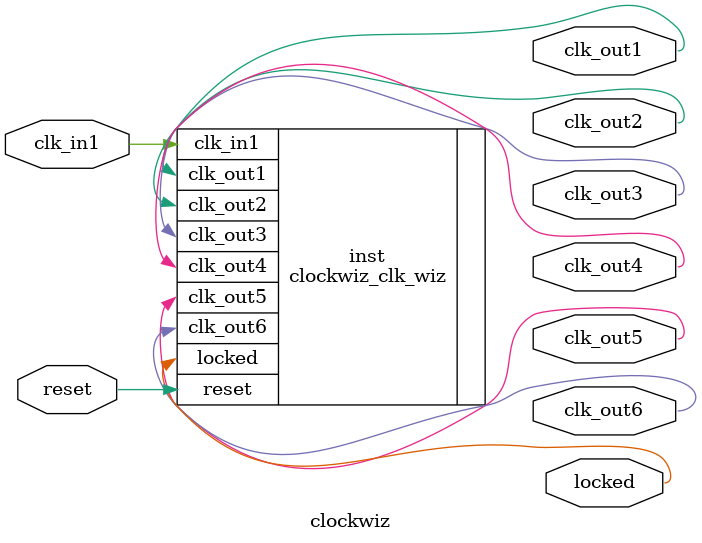
<source format=v>


`timescale 1ps/1ps

(* CORE_GENERATION_INFO = "clockwiz,clk_wiz_v6_0_6_0_0,{component_name=clockwiz,use_phase_alignment=true,use_min_o_jitter=true,use_max_i_jitter=false,use_dyn_phase_shift=false,use_inclk_switchover=false,use_dyn_reconfig=false,enable_axi=0,feedback_source=FDBK_AUTO,PRIMITIVE=MMCM,num_out_clk=6,clkin1_period=5.000,clkin2_period=10.0,use_power_down=false,use_reset=true,use_locked=true,use_inclk_stopped=false,feedback_type=SINGLE,CLOCK_MGR_TYPE=NA,manual_override=false}" *)

module clockwiz 
 (
  // Clock out ports
  output        clk_out1,
  output        clk_out2,
  output        clk_out3,
  output        clk_out4,
  output        clk_out5,
  output        clk_out6,
  // Status and control signals
  input         reset,
  output        locked,
 // Clock in ports
  input         clk_in1
 );

  clockwiz_clk_wiz inst
  (
  // Clock out ports  
  .clk_out1(clk_out1),
  .clk_out2(clk_out2),
  .clk_out3(clk_out3),
  .clk_out4(clk_out4),
  .clk_out5(clk_out5),
  .clk_out6(clk_out6),
  // Status and control signals               
  .reset(reset), 
  .locked(locked),
 // Clock in ports
  .clk_in1(clk_in1)
  );

endmodule

</source>
